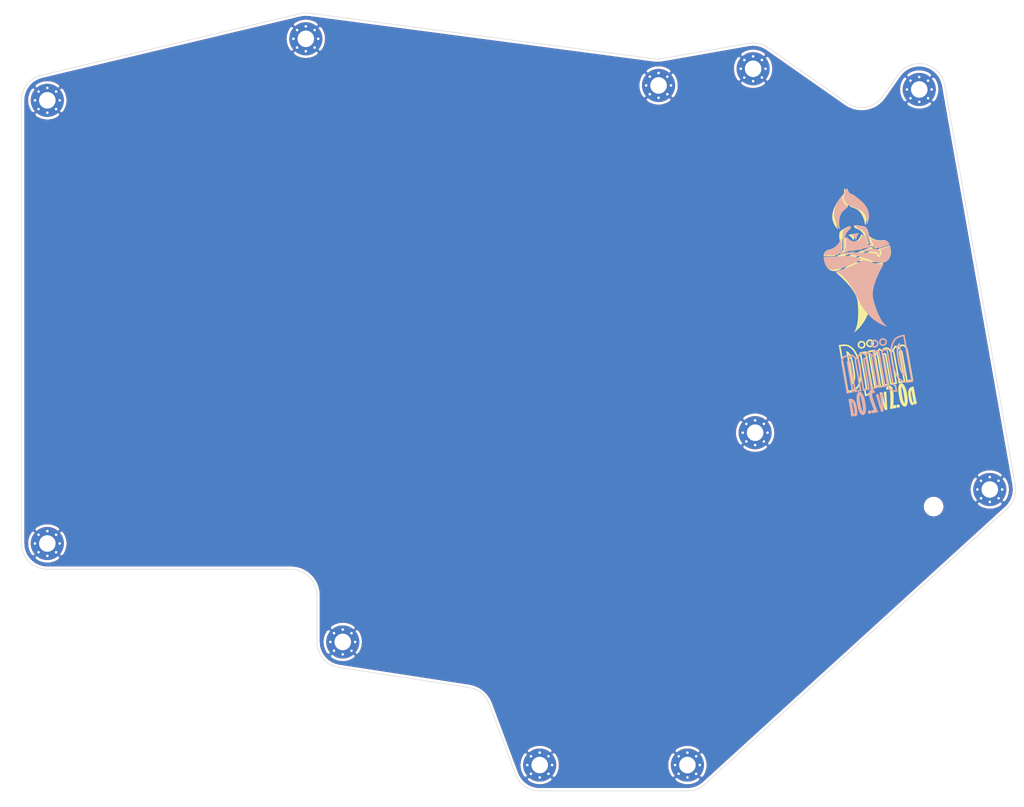
<source format=kicad_pcb>
(kicad_pcb (version 20171130) (host pcbnew "(5.1.9)-1")
  (layers (0 F.Cu signal) (31 B.Cu signal) (34 B.Paste user) (35 F.Paste user) (36 B.SilkS user) (37 F.SilkS user) (38 B.Mask user) (39 F.Mask user) (44 Edge.Cuts user))
  (net 0 "")
  (net 1 GND)
  (module DjinnFootprints:DjinnNameVer (layer B.Cu) (at 153.502537 38.981056 190)
    (fp_text reference LOGO4 hide)
    (fp_text value "Djinn Name+Ver" hide)
  )
  (module DjinnFootprints:DjinnNameVer (layer F.Cu) (at 153.55644 38.768467 10)
    (fp_text reference LOGO3 hide)
    (fp_text value "Djinn Name+Ver" hide)
  )
  (module reversible-kicad-footprints:PushButton_4.5mm_Cutout (layer F.Cu) (at 164.306 64.294)
    (fp_text reference RESET1 hide)
    (fp_text value "Reset Cutout")
    (pad "" np_thru_hole circle (at 0 0) (size 2.8 2.8) (drill 2.8) (layers *.Cu *.Mask))
  )
  (module DjinnFootprints:MountingHole_3.2mm_M3_Pad_Via (layer F.Cu) (at -7.144 -14.288)
    (fp_text reference DRILL2 hide)
    (fp_text value "Drill Mountpoint")
    (pad 1 thru_hole circle (at 0 0) (size 6.4 6.4) (drill 3.2) (layers *.Cu *.Mask) (net 1 GND))
    (pad 1 thru_hole circle (at 2.4 0) (size 0.8 0.8) (drill 0.5) (layers *.Cu *.Mask) (net 1 GND))
    (pad 1 thru_hole circle (at 1.697056 1.697056) (size 0.8 0.8) (drill 0.5) (layers *.Cu *.Mask) (net 1 GND))
    (pad 1 thru_hole circle (at 0 2.4) (size 0.8 0.8) (drill 0.5) (layers *.Cu *.Mask) (net 1 GND))
    (pad 1 thru_hole circle (at -1.697056 1.697056) (size 0.8 0.8) (drill 0.5) (layers *.Cu *.Mask) (net 1 GND))
    (pad 1 thru_hole circle (at -2.4 0) (size 0.8 0.8) (drill 0.5) (layers *.Cu *.Mask) (net 1 GND))
    (pad 1 thru_hole circle (at -1.697056 -1.697056) (size 0.8 0.8) (drill 0.5) (layers *.Cu *.Mask) (net 1 GND))
    (pad 1 thru_hole circle (at 0 -2.4) (size 0.8 0.8) (drill 0.5) (layers *.Cu *.Mask) (net 1 GND))
    (pad 1 thru_hole circle (at 1.697056 -1.697056) (size 0.8 0.8) (drill 0.5) (layers *.Cu *.Mask) (net 1 GND))
  )
  (module DjinnFootprints:MountingHole_3.2mm_M3_Pad_Via (layer F.Cu) (at -7.144 71.438)
    (fp_text reference DRILL3 hide)
    (fp_text value "Drill Mountpoint")
    (pad 1 thru_hole circle (at 0 0) (size 6.4 6.4) (drill 3.2) (layers *.Cu *.Mask) (net 1 GND))
    (pad 1 thru_hole circle (at 2.4 0) (size 0.8 0.8) (drill 0.5) (layers *.Cu *.Mask) (net 1 GND))
    (pad 1 thru_hole circle (at 1.697056 1.697056) (size 0.8 0.8) (drill 0.5) (layers *.Cu *.Mask) (net 1 GND))
    (pad 1 thru_hole circle (at 0 2.4) (size 0.8 0.8) (drill 0.5) (layers *.Cu *.Mask) (net 1 GND))
    (pad 1 thru_hole circle (at -1.697056 1.697056) (size 0.8 0.8) (drill 0.5) (layers *.Cu *.Mask) (net 1 GND))
    (pad 1 thru_hole circle (at -2.4 0) (size 0.8 0.8) (drill 0.5) (layers *.Cu *.Mask) (net 1 GND))
    (pad 1 thru_hole circle (at -1.697056 -1.697056) (size 0.8 0.8) (drill 0.5) (layers *.Cu *.Mask) (net 1 GND))
    (pad 1 thru_hole circle (at 0 -2.4) (size 0.8 0.8) (drill 0.5) (layers *.Cu *.Mask) (net 1 GND))
    (pad 1 thru_hole circle (at 1.697056 -1.697056) (size 0.8 0.8) (drill 0.5) (layers *.Cu *.Mask) (net 1 GND))
  )
  (module DjinnFootprints:DjinnLogo (layer F.Cu) (at 149.706238 16.371913 10)
    (fp_text reference LOGO1 hide)
    (fp_text value "Djinn Logo" hide)
  )
  (module DjinnFootprints:MountingHole_3.2mm_M3_Pad_Via (layer F.Cu) (at 175.178 60.995)
    (fp_text reference DRILL7 hide)
    (fp_text value "Drill Mountpoint")
    (pad 1 thru_hole circle (at 0 0) (size 6.4 6.4) (drill 3.2) (layers *.Cu *.Mask) (net 1 GND))
    (pad 1 thru_hole circle (at 2.4 0) (size 0.8 0.8) (drill 0.5) (layers *.Cu *.Mask) (net 1 GND))
    (pad 1 thru_hole circle (at 1.697056 1.697056) (size 0.8 0.8) (drill 0.5) (layers *.Cu *.Mask) (net 1 GND))
    (pad 1 thru_hole circle (at 0 2.4) (size 0.8 0.8) (drill 0.5) (layers *.Cu *.Mask) (net 1 GND))
    (pad 1 thru_hole circle (at -1.697056 1.697056) (size 0.8 0.8) (drill 0.5) (layers *.Cu *.Mask) (net 1 GND))
    (pad 1 thru_hole circle (at -2.4 0) (size 0.8 0.8) (drill 0.5) (layers *.Cu *.Mask) (net 1 GND))
    (pad 1 thru_hole circle (at -1.697056 -1.697056) (size 0.8 0.8) (drill 0.5) (layers *.Cu *.Mask) (net 1 GND))
    (pad 1 thru_hole circle (at 0 -2.4) (size 0.8 0.8) (drill 0.5) (layers *.Cu *.Mask) (net 1 GND))
    (pad 1 thru_hole circle (at 1.697056 -1.697056) (size 0.8 0.8) (drill 0.5) (layers *.Cu *.Mask) (net 1 GND))
  )
  (module DjinnFootprints:MountingHole_3.2mm_M3_Pad_Via (layer F.Cu) (at 50.006 90.487)
    (fp_text reference DRILL4 hide)
    (fp_text value "Drill Mountpoint")
    (pad 1 thru_hole circle (at 0 0) (size 6.4 6.4) (drill 3.2) (layers *.Cu *.Mask) (net 1 GND))
    (pad 1 thru_hole circle (at 2.4 0) (size 0.8 0.8) (drill 0.5) (layers *.Cu *.Mask) (net 1 GND))
    (pad 1 thru_hole circle (at 1.697056 1.697056) (size 0.8 0.8) (drill 0.5) (layers *.Cu *.Mask) (net 1 GND))
    (pad 1 thru_hole circle (at 0 2.4) (size 0.8 0.8) (drill 0.5) (layers *.Cu *.Mask) (net 1 GND))
    (pad 1 thru_hole circle (at -1.697056 1.697056) (size 0.8 0.8) (drill 0.5) (layers *.Cu *.Mask) (net 1 GND))
    (pad 1 thru_hole circle (at -2.4 0) (size 0.8 0.8) (drill 0.5) (layers *.Cu *.Mask) (net 1 GND))
    (pad 1 thru_hole circle (at -1.697056 -1.697056) (size 0.8 0.8) (drill 0.5) (layers *.Cu *.Mask) (net 1 GND))
    (pad 1 thru_hole circle (at 0 -2.4) (size 0.8 0.8) (drill 0.5) (layers *.Cu *.Mask) (net 1 GND))
    (pad 1 thru_hole circle (at 1.697056 -1.697056) (size 0.8 0.8) (drill 0.5) (layers *.Cu *.Mask) (net 1 GND))
  )
  (module DjinnFootprints:MountingHole_3.2mm_M3_Pad_Via (layer F.Cu) (at 42.863 -26.194)
    (fp_text reference DRILL1 hide)
    (fp_text value "Drill Mountpoint")
    (pad 1 thru_hole circle (at 0 0) (size 6.4 6.4) (drill 3.2) (layers *.Cu *.Mask) (net 1 GND))
    (pad 1 thru_hole circle (at 2.4 0) (size 0.8 0.8) (drill 0.5) (layers *.Cu *.Mask) (net 1 GND))
    (pad 1 thru_hole circle (at 1.697056 1.697056) (size 0.8 0.8) (drill 0.5) (layers *.Cu *.Mask) (net 1 GND))
    (pad 1 thru_hole circle (at 0 2.4) (size 0.8 0.8) (drill 0.5) (layers *.Cu *.Mask) (net 1 GND))
    (pad 1 thru_hole circle (at -1.697056 1.697056) (size 0.8 0.8) (drill 0.5) (layers *.Cu *.Mask) (net 1 GND))
    (pad 1 thru_hole circle (at -2.4 0) (size 0.8 0.8) (drill 0.5) (layers *.Cu *.Mask) (net 1 GND))
    (pad 1 thru_hole circle (at -1.697056 -1.697056) (size 0.8 0.8) (drill 0.5) (layers *.Cu *.Mask) (net 1 GND))
    (pad 1 thru_hole circle (at 0 -2.4) (size 0.8 0.8) (drill 0.5) (layers *.Cu *.Mask) (net 1 GND))
    (pad 1 thru_hole circle (at 1.697056 -1.697056) (size 0.8 0.8) (drill 0.5) (layers *.Cu *.Mask) (net 1 GND))
  )
  (module DjinnFootprints:MountingHole_3.2mm_M3_Pad_Via (layer F.Cu) (at 88.106 114.3)
    (fp_text reference DRILL5 hide)
    (fp_text value "Drill Mountpoint")
    (pad 1 thru_hole circle (at 0 0) (size 6.4 6.4) (drill 3.2) (layers *.Cu *.Mask) (net 1 GND))
    (pad 1 thru_hole circle (at 2.4 0) (size 0.8 0.8) (drill 0.5) (layers *.Cu *.Mask) (net 1 GND))
    (pad 1 thru_hole circle (at 1.697056 1.697056) (size 0.8 0.8) (drill 0.5) (layers *.Cu *.Mask) (net 1 GND))
    (pad 1 thru_hole circle (at 0 2.4) (size 0.8 0.8) (drill 0.5) (layers *.Cu *.Mask) (net 1 GND))
    (pad 1 thru_hole circle (at -1.697056 1.697056) (size 0.8 0.8) (drill 0.5) (layers *.Cu *.Mask) (net 1 GND))
    (pad 1 thru_hole circle (at -2.4 0) (size 0.8 0.8) (drill 0.5) (layers *.Cu *.Mask) (net 1 GND))
    (pad 1 thru_hole circle (at -1.697056 -1.697056) (size 0.8 0.8) (drill 0.5) (layers *.Cu *.Mask) (net 1 GND))
    (pad 1 thru_hole circle (at 0 -2.4) (size 0.8 0.8) (drill 0.5) (layers *.Cu *.Mask) (net 1 GND))
    (pad 1 thru_hole circle (at 1.697056 -1.697056) (size 0.8 0.8) (drill 0.5) (layers *.Cu *.Mask) (net 1 GND))
  )
  (module DjinnFootprints:MountingHole_3.2mm_M3_Pad_Via (layer F.Cu) (at 129.777999 50.006)
    (fp_text reference DRILL11 hide)
    (fp_text value "Drill Mountpoint")
    (pad 1 thru_hole circle (at 0 0) (size 6.4 6.4) (drill 3.2) (layers *.Cu *.Mask) (net 1 GND))
    (pad 1 thru_hole circle (at 2.4 0) (size 0.8 0.8) (drill 0.5) (layers *.Cu *.Mask) (net 1 GND))
    (pad 1 thru_hole circle (at 1.697056 1.697056) (size 0.8 0.8) (drill 0.5) (layers *.Cu *.Mask) (net 1 GND))
    (pad 1 thru_hole circle (at 0 2.4) (size 0.8 0.8) (drill 0.5) (layers *.Cu *.Mask) (net 1 GND))
    (pad 1 thru_hole circle (at -1.697056 1.697056) (size 0.8 0.8) (drill 0.5) (layers *.Cu *.Mask) (net 1 GND))
    (pad 1 thru_hole circle (at -2.4 0) (size 0.8 0.8) (drill 0.5) (layers *.Cu *.Mask) (net 1 GND))
    (pad 1 thru_hole circle (at -1.697056 -1.697056) (size 0.8 0.8) (drill 0.5) (layers *.Cu *.Mask) (net 1 GND))
    (pad 1 thru_hole circle (at 0 -2.4) (size 0.8 0.8) (drill 0.5) (layers *.Cu *.Mask) (net 1 GND))
    (pad 1 thru_hole circle (at 1.697056 -1.697056) (size 0.8 0.8) (drill 0.5) (layers *.Cu *.Mask) (net 1 GND))
  )
  (module DjinnFootprints:DjinnLogo (layer B.Cu) (at 149.706238 16.371913 190)
    (fp_text reference LOGO2 hide)
    (fp_text value "Djinn Logo" hide)
  )
  (module DjinnFootprints:MountingHole_3.2mm_M3_Pad_Via (layer F.Cu) (at 111.101 -17.172)
    (fp_text reference DRILL10 hide)
    (fp_text value "Drill Mountpoint")
    (pad 1 thru_hole circle (at 0 0) (size 6.4 6.4) (drill 3.2) (layers *.Cu *.Mask) (net 1 GND))
    (pad 1 thru_hole circle (at 2.4 0) (size 0.8 0.8) (drill 0.5) (layers *.Cu *.Mask) (net 1 GND))
    (pad 1 thru_hole circle (at 1.697056 1.697056) (size 0.8 0.8) (drill 0.5) (layers *.Cu *.Mask) (net 1 GND))
    (pad 1 thru_hole circle (at 0 2.4) (size 0.8 0.8) (drill 0.5) (layers *.Cu *.Mask) (net 1 GND))
    (pad 1 thru_hole circle (at -1.697056 1.697056) (size 0.8 0.8) (drill 0.5) (layers *.Cu *.Mask) (net 1 GND))
    (pad 1 thru_hole circle (at -2.4 0) (size 0.8 0.8) (drill 0.5) (layers *.Cu *.Mask) (net 1 GND))
    (pad 1 thru_hole circle (at -1.697056 -1.697056) (size 0.8 0.8) (drill 0.5) (layers *.Cu *.Mask) (net 1 GND))
    (pad 1 thru_hole circle (at 0 -2.4) (size 0.8 0.8) (drill 0.5) (layers *.Cu *.Mask) (net 1 GND))
    (pad 1 thru_hole circle (at 1.697056 -1.697056) (size 0.8 0.8) (drill 0.5) (layers *.Cu *.Mask) (net 1 GND))
  )
  (module DjinnFootprints:MountingHole_3.2mm_M3_Pad_Via (layer F.Cu) (at 161.532 -16.393)
    (fp_text reference DRILL8 hide)
    (fp_text value "Drill Mountpoint")
    (pad 1 thru_hole circle (at 0 0) (size 6.4 6.4) (drill 3.2) (layers *.Cu *.Mask) (net 1 GND))
    (pad 1 thru_hole circle (at 2.4 0) (size 0.8 0.8) (drill 0.5) (layers *.Cu *.Mask) (net 1 GND))
    (pad 1 thru_hole circle (at 1.697056 1.697056) (size 0.8 0.8) (drill 0.5) (layers *.Cu *.Mask) (net 1 GND))
    (pad 1 thru_hole circle (at 0 2.4) (size 0.8 0.8) (drill 0.5) (layers *.Cu *.Mask) (net 1 GND))
    (pad 1 thru_hole circle (at -1.697056 1.697056) (size 0.8 0.8) (drill 0.5) (layers *.Cu *.Mask) (net 1 GND))
    (pad 1 thru_hole circle (at -2.4 0) (size 0.8 0.8) (drill 0.5) (layers *.Cu *.Mask) (net 1 GND))
    (pad 1 thru_hole circle (at -1.697056 -1.697056) (size 0.8 0.8) (drill 0.5) (layers *.Cu *.Mask) (net 1 GND))
    (pad 1 thru_hole circle (at 0 -2.4) (size 0.8 0.8) (drill 0.5) (layers *.Cu *.Mask) (net 1 GND))
    (pad 1 thru_hole circle (at 1.697056 -1.697056) (size 0.8 0.8) (drill 0.5) (layers *.Cu *.Mask) (net 1 GND))
  )
  (module DjinnFootprints:MountingHole_3.2mm_M3_Pad_Via (layer F.Cu) (at 129.393 -20.397)
    (fp_text reference DRILL9 hide)
    (fp_text value "Drill Mountpoint")
    (pad 1 thru_hole circle (at 0 0) (size 6.4 6.4) (drill 3.2) (layers *.Cu *.Mask) (net 1 GND))
    (pad 1 thru_hole circle (at 2.4 0) (size 0.8 0.8) (drill 0.5) (layers *.Cu *.Mask) (net 1 GND))
    (pad 1 thru_hole circle (at 1.697056 1.697056) (size 0.8 0.8) (drill 0.5) (layers *.Cu *.Mask) (net 1 GND))
    (pad 1 thru_hole circle (at 0 2.4) (size 0.8 0.8) (drill 0.5) (layers *.Cu *.Mask) (net 1 GND))
    (pad 1 thru_hole circle (at -1.697056 1.697056) (size 0.8 0.8) (drill 0.5) (layers *.Cu *.Mask) (net 1 GND))
    (pad 1 thru_hole circle (at -2.4 0) (size 0.8 0.8) (drill 0.5) (layers *.Cu *.Mask) (net 1 GND))
    (pad 1 thru_hole circle (at -1.697056 -1.697056) (size 0.8 0.8) (drill 0.5) (layers *.Cu *.Mask) (net 1 GND))
    (pad 1 thru_hole circle (at 0 -2.4) (size 0.8 0.8) (drill 0.5) (layers *.Cu *.Mask) (net 1 GND))
    (pad 1 thru_hole circle (at 1.697056 -1.697056) (size 0.8 0.8) (drill 0.5) (layers *.Cu *.Mask) (net 1 GND))
  )
  (module DjinnFootprints:MountingHole_3.2mm_M3_Pad_Via (layer F.Cu) (at 116.681 114.3)
    (fp_text reference DRILL6 hide)
    (fp_text value "Drill Mountpoint")
    (pad 1 thru_hole circle (at 0 0) (size 6.4 6.4) (drill 3.2) (layers *.Cu *.Mask) (net 1 GND))
    (pad 1 thru_hole circle (at 2.4 0) (size 0.8 0.8) (drill 0.5) (layers *.Cu *.Mask) (net 1 GND))
    (pad 1 thru_hole circle (at 1.697056 1.697056) (size 0.8 0.8) (drill 0.5) (layers *.Cu *.Mask) (net 1 GND))
    (pad 1 thru_hole circle (at 0 2.4) (size 0.8 0.8) (drill 0.5) (layers *.Cu *.Mask) (net 1 GND))
    (pad 1 thru_hole circle (at -1.697056 1.697056) (size 0.8 0.8) (drill 0.5) (layers *.Cu *.Mask) (net 1 GND))
    (pad 1 thru_hole circle (at -2.4 0) (size 0.8 0.8) (drill 0.5) (layers *.Cu *.Mask) (net 1 GND))
    (pad 1 thru_hole circle (at -1.697056 -1.697056) (size 0.8 0.8) (drill 0.5) (layers *.Cu *.Mask) (net 1 GND))
    (pad 1 thru_hole circle (at 0 -2.4) (size 0.8 0.8) (drill 0.5) (layers *.Cu *.Mask) (net 1 GND))
    (pad 1 thru_hole circle (at 1.697056 -1.697056) (size 0.8 0.8) (drill 0.5) (layers *.Cu *.Mask) (net 1 GND))
  )
  (gr_arc (start 110.882999 -27.287945) (end 110.227664 -22.331078) (angle -17.53125478) (layer Edge.Cuts) (width 0.1))
  (gr_line (start 128.524299 -25.32145) (end 111.75124 -22.363907) (layer Edge.Cuts) (width 0.1))
  (gr_arc (start 129.39254 -20.397411) (end 132.260422 -24.493171) (angle -45) (layer Edge.Cuts) (width 0.1))
  (gr_line (start 147.516773 -13.810559) (end 132.260422 -24.493171) (layer Edge.Cuts) (width 0.1))
  (gr_arc (start 150.384656 -17.906319) (end 147.516773 -13.810559) (angle -90) (layer Edge.Cuts) (width 0.1))
  (gr_line (start 157.436733 -19.260496) (end 154.480416 -15.038437) (layer Edge.Cuts) (width 0.1))
  (gr_arc (start 161.532494 -16.392613) (end 166.456532 -17.260854) (angle -135) (layer Edge.Cuts) (width 0.1))
  (gr_line (start 180.102023 60.126569) (end 166.456532 -17.260854) (layer Edge.Cuts) (width 0.1))
  (gr_arc (start 175.177984 60.99481) (end 178.545716 64.690535) (angle -57.65863148) (layer Edge.Cuts) (width 0.1))
  (gr_line (start 120.048981 117.995724) (end 178.545716 64.690535) (layer Edge.Cuts) (width 0.1))
  (gr_arc (start 116.68125 114.299999) (end 116.68125 119.3) (angle -42.34136852) (layer Edge.Cuts) (width 0.1))
  (gr_line (start 88.10625 119.3) (end 116.68125 119.3) (layer Edge.Cuts) (width 0.1))
  (gr_arc (start 88.10625 114.3) (end 83.424604 116.055617) (angle -69.44395478) (layer Edge.Cuts) (width 0.1))
  (gr_line (start 78.336675 102.487807) (end 83.424604 116.055617) (layer Edge.Cuts) (width 0.1))
  (gr_arc (start 73.655029 104.243424) (end 78.336675 102.487807) (angle -60.69779252) (layer Edge.Cuts) (width 0.1))
  (gr_line (start 49.245964 95.429358) (end 74.415315 99.301566) (layer Edge.Cuts) (width 0.1))
  (gr_arc (start 50.00625 90.487499) (end 45.00625 90.487499) (angle -81.25383774) (layer Edge.Cuts) (width 0.1))
  (gr_line (start 45.006249 81.4375) (end 45.00625 90.487499) (layer Edge.Cuts) (width 0.1))
  (gr_arc (start 40.00625 81.4375) (end 45.006249 81.4375) (angle -90) (layer Edge.Cuts) (width 0.1))
  (gr_line (start -7.14375 76.4375) (end 40.00625 76.4375) (layer Edge.Cuts) (width 0.1))
  (gr_arc (start -7.143749 71.4375) (end -12.143749 71.4375) (angle -90) (layer Edge.Cuts) (width 0.1))
  (gr_line (start -12.14375 -14.2875) (end -12.14375 71.4375) (layer Edge.Cuts) (width 0.1))
  (gr_arc (start -7.14375 -14.2875) (end -8.301852 -19.151531) (angle -76.60750225) (layer Edge.Cuts) (width 0.1))
  (gr_line (start 41.704397 -31.057781) (end -8.301852 -19.151531) (layer Edge.Cuts) (width 0.1))
  (gr_arc (start 42.8625 -26.193749) (end 43.517835 -31.150617) (angle -20.92375253) (layer Edge.Cuts) (width 0.1))
  (gr_line (start 110.227664 -22.331078) (end 43.517835 -31.150617) (layer Edge.Cuts) (width 0.1))
  (zone (net 1) (net_name GND) (layer F.Cu) (connect_pads (clearance 0.508)) (min_thickness 0.254) (fill yes (arc_segments 32) (thermal_gap 0.508) (thermal_bridge_width 0.508))
    (polygon (pts (xy 181.8 122.4) (xy -16.3 122.4) (xy -16.300001 -33.7) (xy 181.799999 -33.7)))
  )
  (zone (net 1) (net_name GND) (layer B.Cu) (connect_pads (clearance 0.508)) (min_thickness 0.254) (fill yes (arc_segments 32) (thermal_gap 0.508) (thermal_bridge_width 0.508))
    (polygon (pts (xy 181.8 122.4) (xy -16.3 122.4) (xy -16.300001 -33.7) (xy 181.799999 -33.7)))
  )
)
</source>
